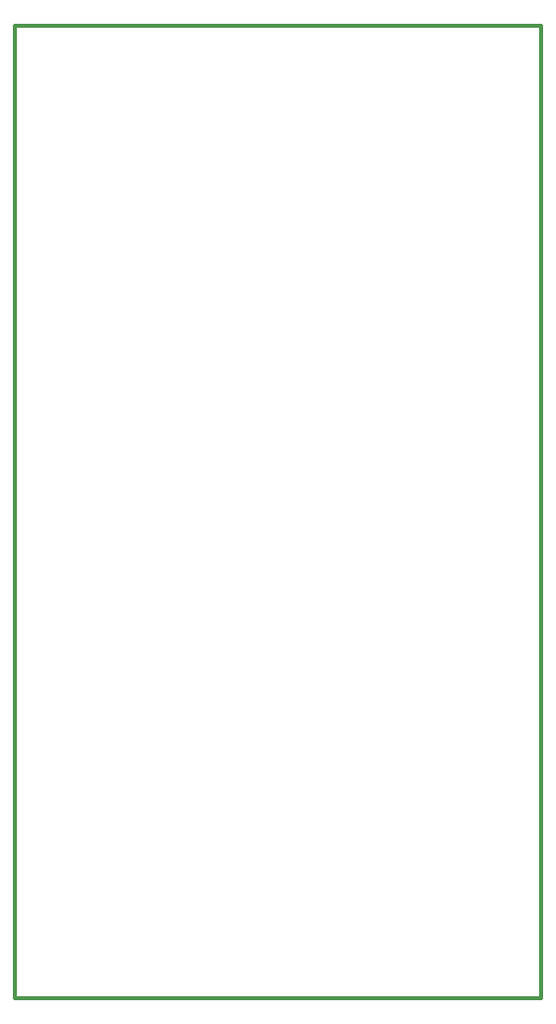
<source format=gbp>
G75*
G70*
%OFA0B0*%
%FSLAX24Y24*%
%IPPOS*%
%LPD*%
%AMOC8*
5,1,8,0,0,1.08239X$1,22.5*
%
%ADD10C,0.0120*%
D10*
X001007Y000170D02*
X018692Y000170D01*
X018692Y032847D01*
X001007Y032847D01*
X001007Y000170D01*
M02*

</source>
